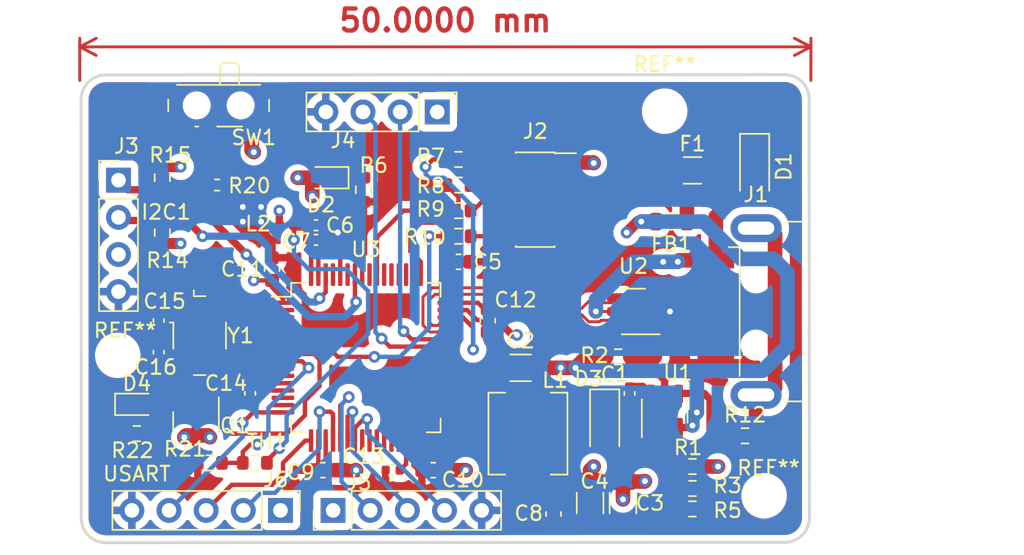
<source format=kicad_pcb>
(kicad_pcb (version 20211014) (generator pcbnew)
  (layers (0 "F.Cu" signal) (1 "In1.Cu" power) (2 "In2.Cu" power) (31 "B.Cu" signal) (34 "B.Paste" user) (35 "F.Paste" user) (36 "B.SilkS" user "B.Silkscreen") (37 "F.SilkS" user "F.Silkscreen") (38 "B.Mask" user) (39 "F.Mask" user) (44 "Edge.Cuts" user))
  (net 0 "")
  (net 1 "BUCK_SW")
  (net 2 "BUCK_BST")
  (net 3 "GND")
  (net 4 "BUCK_IN")
  (net 5 "+3.3V")
  (net 6 "NRST")
  (net 7 "+3.3VA")
  (net 8 "/VCAP_1")
  (net 9 "/VREF+")
  (net 10 "HSE_IN")
  (net 11 "Net-(D1-Pad1)")
  (net 12 "+5V")
  (net 13 "Net-(D2-Pad1)")
  (net 14 "Net-(D4-Pad1)")
  (net 15 "Net-(D4-Pad2)")
  (net 16 "Net-(F1-Pad1)")
  (net 17 "USB_CONN_D-")
  (net 18 "USB_CONN_D+")
  (net 19 "Net-(J2-Pad2)")
  (net 20 "Net-(J2-Pad4)")
  (net 21 "Net-(J2-Pad6)")
  (net 24 "Net-(J2-Pad10)")
  (net 25 "I2C1_SCL")
  (net 26 "I2C1_SDA")
  (net 27 "USART1_RX")
  (net 28 "SPI1_SCK")
  (net 29 "SPI1_MISO")
  (net 30 "SPI1_MOSI")
  (net 31 "USART2_CK")
  (net 32 "USART2_RX")
  (net 33 "USART2_TX")
  (net 34 "LED")
  (net 35 "BUCK_FB")
  (net 36 "BUCK_EN")
  (net 37 "Net-(R3-Pad1)")
  (net 38 "SWDIO")
  (net 39 "SWCLK")
  (net 40 "SWO")
  (net 41 "Net-(R20-Pad1)")
  (net 42 "BOOT0")
  (net 43 "Temperature_ADC")
  (net 44 "HSE_OUT")
  (net 45 "USB_D+")
  (net 46 "USB_D-")
  (net 76 "Net-(J1-Pad5)")
  (net 77 "UART1_TX")
  (net 78 "UART1_RX")
  (footprint "Capacitor_SMD:C_0603_1608Metric" (layer "F.Cu") (at 145.725 114.05 180)
    (fp_text reference "C9")
    (fp_text value "100n")
  )
  (footprint "Connector_PinHeader_2.54mm:PinHeader_1x04_P2.54mm_Vertical" (layer "F.Cu") (at 131.75 94.22)
    (fp_text reference "J3")
    (fp_text value "I2C1")
  )
  (footprint "Capacitor_SMD:C_0402_1005Metric" (layer "F.Cu") (at 150.5 114.05 180)
    (fp_text reference "C13")
    (fp_text value "2u2")
  )
  (footprint "Connector_PinSocket_1.27mm:PinSocket_2x05_P1.27mm_Vertical_SMD" (layer "F.Cu") (at 160.25 95.55)
    (fp_text reference "J2")
    (fp_text value "SWD")
  )
  (footprint "Capacitor_SMD:C_0402_1005Metric" (layer "F.Cu") (at 145.25 98.3)
    (fp_text reference "C7")
    (fp_text value "10n")
  )
  (footprint "Connector_USB:USB_A_CNCTech_1001-011-01101_Horizontal" (layer "F.Cu") (at 182.25 103.2)
    (fp_text reference "J1")
    (fp_text value "USB_A")
  )
  (footprint "Capacitor_SMD:C_0603_1608Metric" (layer "F.Cu") (at 142.25 100.3 90)
    (fp_text reference "C11")
    (fp_text value "100n")
  )
  (footprint "Capacitor_SMD:C_0402_1005Metric" (layer "F.Cu") (at 140.75 108.8 90)
    (fp_text reference "C14")
    (fp_text value "2u2")
  )
  (footprint "Package_TO_SOT_SMD:SOT-23" (layer "F.Cu") (at 137.05 110.7375 -90)
    (fp_text reference "Q1")
    (fp_text value "BC818")
  )
  (footprint "Diode_SMD:D_SOD-123" (layer "F.Cu") (at 175.25 93.3 -90)
    (fp_text reference "D1")
    (fp_text value "B5819W")
  )
  (footprint "Capacitor_SMD:C_0603_1608Metric" (layer "F.Cu") (at 153.275 114.05 180)
    (fp_text reference "C10")
    (fp_text value "100n")
  )
  (footprint "Resistor_SMD:R_0402_1005Metric" (layer "F.Cu") (at 138.49 94.55)
    (fp_text reference "R20")
    (fp_text value "10k")
  )
  (footprint "Button_Switch_SMD:SW_SPDT_PCM12" (layer "F.Cu") (at 138.6 89.43 180)
    (fp_text reference "SW1")
    (fp_text value "SW_SPDT")
  )
  (footprint "LED_SMD:LED_0603_1608Metric" (layer "F.Cu") (at 133 109.55)
    (fp_text reference "D4")
    (fp_text value "BLUE")
  )
  (footprint "Resistor_SMD:R_0603_1608Metric" (layer "F.Cu") (at 171 113.8)
    (fp_text reference "R1")
    (fp_text value "49k9")
  )
  (footprint "Resistor_SMD:R_0603_1608Metric" (layer "F.Cu") (at 171 115.3 180)
    (fp_text reference "R3")
    (fp_text value "16k")
  )
  (footprint "Capacitor_SMD:C_0603_1608Metric" (layer "F.Cu") (at 155 99.8 180)
    (fp_text reference "C5")
    (fp_text value "100n")
  )
  (footprint "Resistor_SMD:R_0603_1608Metric" (layer "F.Cu") (at 141.075 113.55 180)
    (fp_text reference "TH1")
    (fp_text value "Thermistor_NTC")
  )
  (footprint "MountingHole:MountingHole_2.1mm" (layer "F.Cu") (at 131.7 106.2)
    (fp_text reference "REF**")
    (fp_text value "MountingHole_2.1mm")
  )
  (footprint "Capacitor_SMD:C_0402_1005Metric" (layer "F.Cu") (at 166.7 108.8 90)
    (fp_text reference "C1")
    (fp_text value "100n")
  )
  (footprint "Capacitor_SMD:C_0402_1005Metric" (layer "F.Cu") (at 145.25 97.3)
    (fp_text reference "C6")
    (fp_text value "1u")
  )
  (footprint "MountingHole:MountingHole_2.1mm" (layer "F.Cu") (at 169.1 89.5)
    (fp_text reference "REF**")
    (fp_text value "MountingHole_2.1mm")
  )
  (footprint "Resistor_SMD:R_0603_1608Metric" (layer "F.Cu") (at 138 113.55 180)
    (fp_text reference "R21")
    (fp_text value "10k")
  )
  (footprint "Resistor_SMD:R_0603_1608Metric" (layer "F.Cu") (at 155 96.3)
    (fp_text reference "R9")
    (fp_text value "22")
  )
  (footprint "Inductor_SMD:L_Sunlord_MWSA0518_5.4x5.2mm" (layer "F.Cu") (at 159.75 111.55 -90)
    (fp_text reference "L1")
    (fp_text value "3u3")
  )
  (footprint "Resistor_SMD:R_0603_1608Metric" (layer "F.Cu") (at 148.5 94.875 -90)
    (fp_text reference "R6")
    (fp_text value "1k")
  )
  (footprint "Capacitor_SMD:C_1206_3216Metric" (layer "F.Cu") (at 166.25 116.3 90)
    (fp_text reference "C3")
    (fp_text value "22u")
  )
  (footprint "Capacitor_SMD:C_0402_1005Metric" (layer "F.Cu") (at 134.5 103.82 90)
    (fp_text reference "C15")
    (fp_text value "12p")
  )
  (footprint "Resistor_SMD:R_0603_1608Metric" (layer "F.Cu") (at 134.75 97.8 90)
    (fp_text reference "R14")
    (fp_text value "2k2")
  )
  (footprint "Inductor_SMD:L_0402_1005Metric" (layer "F.Cu") (at 143.25 97.3)
    (fp_text reference "L2")
    (fp_text value "39n")
  )
  (footprint "Connector_PinHeader_2.54mm:PinHeader_1x05_P2.54mm_Vertical" (layer "F.Cu") (at 142.825 116.8 -90)
    (fp_text reference "J6")
    (fp_text value "USART")
  )
  (footprint "MountingHole:MountingHole_2.1mm" (layer "F.Cu") (at 175.9 115.8)
    (fp_text reference "REF**")
    (fp_text value "MountingHole_2.1mm")
  )
  (footprint "Capacitor_SMD:C_0603_1608Metric" (layer "F.Cu") (at 157 103.825 -90)
    (fp_text reference "C12")
    (fp_text value "100n")
  )
  (footprint "Crystal:Crystal_SMD_Abracon_ABM3B-4Pin_5.0x3.2mm" (layer "F.Cu") (at 137.3 104.85 -90)
    (fp_text reference "Y1")
    (fp_text value "16MHz")
  )
  (footprint "Resistor_SMD:R_0603_1608Metric" (layer "F.Cu") (at 171 116.7)
    (fp_text reference "R5")
    (fp_text value "270")
  )
  (footprint "Capacitor_SMD:C_1206_3216Metric" (layer "F.Cu") (at 159.25 107.05)
    (fp_text reference "C2")
    (fp_text value "22u")
  )
  (footprint "Package_QFP:LQFP-64_10x10mm_P0.5mm" (layer "F.Cu") (at 148.668199 106.35)
    (fp_text reference "U3")
    (fp_text value "STM32F401RCTx")
  )
  (footprint "Resistor_SMD:R_0603_1608Metric" (layer "F.Cu") (at 133 111.55)
    (fp_text reference "R22")
    (fp_text value "1k5")
  )
  (footprint "Connector_PinHeader_2.54mm:PinHeader_1x05_P2.54mm_Vertical" (layer "F.Cu") (at 146.425 116.8 90)
    (fp_text reference "J5")
    (fp_text value "USART")
  )
  (footprint "Resistor_SMD:R_0603_1608Metric" (layer "F.Cu") (at 165.925 106.3 180)
    (fp_text reference "R2")
    (fp_text value "100k")
  )
  (footprint "Inductor_SMD:L_0805_2012Metric" (layer "F.Cu") (at 169.5625 97.05 180)
    (fp_text reference "FB1")
    (fp_text value "600 @ 600MHz")
  )
  (footprint "Resistor_SMD:R_0603_1608Metric" (layer "F.Cu") (at 155 98.05)
    (fp_text reference "R10")
    (fp_text value "22")
  )
  (footprint "Resistor_SMD:R_0603_1608Metric" (layer "F.Cu") (at 155 92.8)
    (fp_text reference "R7")
    (fp_text value "22")
  )
  (footprint "Fuse:Fuse_1206_3216Metric" (layer "F.Cu") (at 171 93.55)
    (fp_text reference "F1")
    (fp_text value "500mA")
  )
  (footprint "Resistor_SMD:R_0603_1608Metric" (layer "F.Cu") (at 134.75 94.05 -90)
    (fp_text reference "R15")
    (fp_text value "2k2")
  )
  (footprint "Capacitor_SMD:C_0603_1608Metric" (layer "F.Cu") (at 161.5 117.05 -90)
    (fp_text reference "C8")
    (fp_text value "4u7")
  )
  (footprint "Diode_SMD:D_SOD-123" (layer "F.Cu") (at 165 110.775 -90)
    (fp_text reference "D3")
    (fp_text value "B5819W")
  )
  (footprint "Resistor_SMD:R_0603_1608Metric" (layer "F.Cu") (at 174.6 111.7)
    (fp_text reference "R12")
    (fp_text value "47")
  )
  (footprint "Package_TO_SOT_SMD:SOT-23-6" (layer "F.Cu") (at 169.1 110 90)
    (fp_text reference "U1")
    (fp_text value "JW5033S")
  )
  (footprint "LED_SMD:LED_0603_1608Metric" (layer "F.Cu") (at 146 94.05 180)
    (fp_text reference "D2")
    (fp_text value "RED")
  )
  (footprint "Resistor_SMD:R_0603_1608Metric" (layer "F.Cu") (at 155 94.55)
    (fp_text reference "R8")
    (fp_text value "22")
  )
  (footprint "Capacitor_SMD:C_1206_3216Metric" (layer "F.Cu") (at 164 116.3 90)
    (fp_text reference "C4")
    (fp_text value "10u")
  )
  (footprint "Capacitor_SMD:C_0402_1005Metric" (layer "F.Cu") (at 134.5 105.98 -90)
    (fp_text reference "C16")
    (fp_text value "12p")
  )
  (footprint "Package_TO_SOT_SMD:SOT-23-6" (layer "F.Cu") (at 166.9625 103.2 180)
    (fp_text reference "U2")
    (fp_text value "USBLC6-2SC6")
  )
  (footprint "Connector_PinHeader_2.54mm:PinHeader_1x04_P2.54mm_Vertical" (layer "F.Cu") (at 153.55 89.55 -90)
    (fp_text reference "J4")
    (fp_text value "UART")
  )
  (gr_line (start 179 117.3) (end 178.986098 88.706151) (layer "Edge.Cuts") (width 0.2))
  (gr_line (start 177.400311 86.998164) (end 130.906151 87.013903) (layer "Edge.Cuts") (width 0.2))
  (gr_arc (start 179 117.3) (mid 178.498164 118.499689) (end 177.292013 118.985786) (layer "Edge.Cuts") (width 0.2))
  (gr_line (start 129.198164 88.699689) (end 129.2 117.3) (layer "Edge.Cuts") (width 0.2))
  (gr_line (start 130.885786 119.007987) (end 177.292013 118.985786) (layer "Edge.Cuts") (width 0.2))
  (gr_arc (start 177.300312 86.998164) (mid 178.5 87.5) (end 178.986098 88.706151) (layer "Edge.Cuts") (width 0.2))
  (gr_arc (start 129.198164 88.699689) (mid 129.7 87.500001) (end 130.906151 87.013903) (layer "Edge.Cuts") (width 0.2))
  (gr_arc (start 130.885786 119.007987) (mid 129.686098 118.506151) (end 129.2 117.3) (layer "Edge.Cuts") (width 0.2))
  (gr_text "I2C1\n" (at 135 96.4) (layer "F.SilkS") (effects (font (size 1 1))))
  (dimension (type aligned) (layer "F.Cu") (pts (xy 179.1 87.899999) (xy 129.1 87.899999)) (height 2.799999) (gr_text "50,0000 mm" (at 154.1 83.3) (layer "F.Cu") (effects (font (size 1.5 1.5) (thickness 0.3)))) (format (units 3) (units_format 1) (precision 4)) (style (thickness 0.2) (arrow_length 1.27) (text_position_mode 0) (extension_height 0.58642) (extension_offset 0.5) keep_text_aligned))
  (segment (start 166.7 109.28) (end 165.155 109.28) (width 0.5) (layer "F.Cu") (net 1))
  (segment (start 162.3 109.5) (end 162.675 109.125) (width 1) (layer "F.Cu") (net 1))
  (segment (start 169.1 113.3) (end 168.8 113.6) (width 0.5) (layer "F.Cu") (net 1))
  (segment (start 168.8 113.6) (end 167.1 113.6) (width 0.5) (layer "F.Cu") (net 1))
  (segment (start 165 109.125) (end 162.675 109.125) (width 1) (layer "F.Cu") (net 1))
  (segment (start 166.7 109.28) (end 166.7 111.8) (width 0.5) (layer "F.Cu") (net 1))
  (segment (start 165.155 109.28) (end 165 109.125) (width 0.5) (layer "F.Cu") (net 1))
  (segment (start 159.75 109.5) (end 162.3 109.5) (width 1) (layer "F.Cu") (net 1))
  (segment (start 166.7 113.2) (end 166.7 111.8) (width 0.5) (layer "F.Cu") (net 1))
  (segment (start 169.1 111.1375) (end 169.1 113.3) (width 0.5) (layer "F.Cu") (net 1))
  (segment (start 167.1 113.6) (end 166.7 113.2) (width 0.5) (layer "F.Cu") (net 1))
  (segment (start 167.6075 108.32) (end 168.15 108.8625) (width 0.5) (layer "F.Cu") (net 2))
  (segment (start 166.7 108.32) (end 167.6075 108.32) (width 0.5) (layer "F.Cu") (net 2))
  (segment (start 156.436827 103.775) (end 157 104.338173) (width 0.3) (layer "F.Cu") (net 3))
  (segment (start 145.418199 113.581801) (end 144.95 114.05) (width 0.3) (layer "F.Cu") (net 3))
  (segment (start 156.267894 103.775) (end 156.436827 103.775) (width 0.3) (layer "F.Cu") (net 3))
  (segment (start 157 105.3) (end 157.775 106.075) (width 0.5) (layer "F.Cu") (net 3))
  (segment (start 145.418199 100.675) (end 145.418199 98.611801) (width 0.3) (layer "F.Cu") (net 3))
  (segment (start 155.592894 103.1) (end 156.267894 103.775) (width 0.3) (layer "F.Cu") (net 3))
  (segment (start 145.418199 112.025) (end 145.418199 113.581801) (width 0.3) (layer "F.Cu") (net 3))
  (segment (start 146.7505 97.8) (end 146.23 97.8) (width 0.3) (layer "F.Cu") (net 3))
  (segment (start 171.825 116.8) (end 171.825 115.3) (width 1) (layer "F.Cu") (net 3))
  (segment (start 157 104.338173) (end 157 104.825) (width 0.3) (layer "F.Cu") (net 3))
  (segment (start 146.23 97.8) (end 145.73 98.3) (width 0.3) (layer "F.Cu") (net 3))
  (segment (start 157 104.6) (end 157 105.3) (width 0.5) (layer "F.Cu") (net 3))
  (segment (start 168.1 103.2) (end 169.4625 103.2) (width 0.2) (layer "F.Cu") (net 3))
  (segment (start 142.993199 108.1) (end 140.97 108.1) (width 0.3) (layer "F.Cu") (net 3))
  (segment (start 146.23 97.8) (end 145.73 97.3) (width 0.3) (layer "F.Cu") (net 3))
  (segment (start 140.97 108.1) (end 140.75 108.32) (width 0.3) (layer "F.Cu") (net 3))
  (segment (start 151.918199 112.025) (end 151.918199 113.718199) (width 0.3) (layer "F.Cu") (net 3))
  (segment (start 151.918199 113.718199) (end 152.5 114.3) (width 0.3) (layer "F.Cu") (net 3))
  (segment (start 154.343199 103.1) (end 155.592894 103.1) (width 0.3) (layer "F.Cu") (net 3))
  (segment (start 157.775 106.075) (end 157.775 107.05) (width 0.5) (layer "F.Cu") (net 3))
  (segment (start 145.418199 98.611801) (end 145.73 98.3) (width 0.3) (layer "F.Cu") (net 3))
  (segment (start 145.73 98.3) (end 145.73 97.3) (width 0.75) (layer "F.Cu") (net 3))
  (via (at 140.25 97.05) (size 0.8) (drill 0.4) (layers "F.Cu" "B.Cu") (net 3))
  (via (at 141.5 97.05) (size 0.8) (drill 0.4) (layers "F.Cu" "B.Cu") (net 3))
  (via (at 141.5 96.05) (size 0.8) (drill 0.4) (layers "F.Cu" "B.Cu") (net 3))
  (via locked (at 169.4625 103.2) (size 0.8) (drill 0.4) (layers "F.Cu" "B.Cu") (net 3))
  (via (at 146.7505 97.8) (size 0.8) (drill 0.4) (layers "F.Cu" "B.Cu") (net 3))
  (via (at 140.25 96.05) (size 0.8) (drill 0.4) (layers "F.Cu" "B.Cu") (net 3))
  (segment (start 162 107.05) (end 163 107.05) (width 1) (layer "F.Cu") (net 4))
  (segment (start 163.75 106.3) (end 165.1 106.3) (width 1) (layer "F.Cu") (net 4))
  (segment (start 168.5 97.05) (end 167.5 97.05) (width 1) (layer "F.Cu") (net 4))
  (segment (start 160.725 107.05) (end 162 107.05) (width 1) (layer "F.Cu") (net 4))
  (segment (start 167.5 97.05) (end 167.25 97.05) (width 0.75) (layer "F.Cu") (net 4))
  (segment (start 170.8625 111.1375) (end 171 111) (width 0.5) (layer "F.Cu") (net 4))
  (segment (start 165.1 106.4) (end 165.1 106.3) (width 0.5) (layer "F.Cu") (net 4))
  (segment (start 167.25 97.05) (end 166.5 97.8) (width 0.75) (layer "F.Cu") (net 4))
  (segment (start 170.05 111.1375) (end 170.8625 111.1375) (width 0.5) (layer "F.Cu") (net 4))
  (segment (start 163 107.05) (end 163.75 106.3) (width 1) (layer "F.Cu") (net 4))
  (via (at 166.5 97.8) (size 0.8) (drill 0.4) (layers "F.Cu" "B.Cu") (net 4))
  (via (at 162 107.05) (size 0.8) (drill 0.4) (layers "F.Cu" "B.Cu") (net 4))
  (via (at 171 111) (size 0.8) (drill 0.4) (layers "F.Cu" "B.Cu") (net 4))
  (via (at 171.3 110.1) (size 0.8) (drill 0.4) (layers "F.Cu" "B.Cu") (net 4))
  (via (at 167.5 97.05) (size 0.8) (drill 0.4) (layers "F.Cu" "B.Cu") (net 4))
  (via (at 163 107.05) (size 0.8) (drill 0.4) (layers "F.Cu" "B.Cu") (net 4))
  (segment (start 171.3 107.5) (end 171.55 107.25) (width 1) (layer "B.Cu") (net 4))
  (segment (start 174.316547 99.599999) (end 176.5 99.599999) (width 1) (layer "B.Cu") (net 4))
  (segment (start 163.2 107.25) (end 163 107.05) (width 1) (layer "B.Cu") (net 4))
  (segment (start 177.5 100.55) (end 177.5 105.55) (width 1) (layer "B.Cu") (net 4))
  (segment (start 177.5 105.55) (end 175.8 107.25) (width 1) (layer "B.Cu") (net 4))
  (segment (start 176.7 99.75) (end 177.5 100.55) (width 1) (layer "B.Cu") (net 4))
  (segment (start 171 111) (end 171 110.4) (width 1) (layer "B.Cu") (net 4))
  (segment (start 176.650001 99.75) (end 176.7 99.75) (width 1) (layer "B.Cu") (net 4))
  (segment (start 171.55 107.25) (end 163.2 107.25) (width 1) (layer "B.Cu") (net 4))
  (segment (start 175.8 107.25) (end 171.55 107.25) (width 1) (layer "B.Cu") (net 4))
  (segment (start 171.766548 97.05) (end 174.316547 99.599999) (width 1) (layer "B.Cu") (net 4))
  (segment (start 171.3 110.1) (end 171.3 107.5) (width 1) (layer "B.Cu") (net 4))
  (segment (start 171 110.4) (end 171.3 110.1) (width 1) (layer "B.Cu") (net 4))
  (segment (start 167.5 97.05) (end 171.766548 97.05) (width 1) (layer "B.Cu") (net 4))
  (segment (start 176.5 99.599999) (end 176.650001 99.75) (width 1) (layer "B.Cu") (net 4))
  (segment (start 157.837894 103.7988) (end 157.897803 103.943451) (width 0.5) (layer "F.Cu") (net 5))
  (segment (start 136 98.55) (end 134.825 98.55) (width 0.75) (layer "F.Cu") (net 5))
  (segment (start 134.825 98.55) (end 134.75 98.625) (width 0.75) (layer "F.Cu") (net 5))
  (segment (start 136 93.3) (end 134.825 93.3) (width 0.75) (layer "F.Cu") (net 5))
  (segment (start 157.898853 104.027031) (end 158.671822 104.8) (width 0.5) (layer "F.Cu") (net 5))
  (segment (start 166.25 114.825) (end 167.725 114.825) (width 1) (layer "F.Cu") (net 5))
  (segment (start 161.5 116.275) (end 161.5 115.35) (width 1) (layer "F.Cu") (net 5))
  (segment (start 145 94.2625) (end 145.2125 94.05) (width 1) (layer "F.Cu") (net 5))
  (segment (start 161.5 116.275) (end 162.525 116.275) (width 1) (layer "F.Cu") (net 5))
  (segment (start 136.375 111.675) (end 136.25 111.8) (width 1) (layer "F.Cu") (net 5))
  (segment (start 157.314094 103.275) (end 157.837894 103.7988) (width 0.5) (layer "F.Cu") (net 5))
  (segment (start 146.5 114.05) (end 148 114.05) (width 1) (layer "F.Cu") (net 5))
  (segment (start 145.918199 113.468199) (end 146.5 114.05) (width 0.3) (layer "F.Cu") (net 5))
  (segment (start 166.25 114.825) (end 166.25 116.05) (width 1) (layer "F.Cu") (net 5))
  (segment (start 142.25 101.3) (end 142.25 101.075) (width 0.3) (layer "F.Cu") (net 5))
  (segment (start 157.897803 103.943451) (end 157.898853 104.027031) (width 0.5) (layer "F.Cu") (net 5))
  (segment (start 167.725 114.825) (end 167.75 114.8) (width 1) (layer "F.Cu") (net 5))
  (segment (start 140.85 90.86) (end 140.85 92.15) (width 1) (layer "F.Cu") (net 5))
  (segment (start 137.05 111.675) (end 136.375 111.675) (width 1) (layer "F.Cu") (net 5))
  (segment (start 137.875 111.675) (end 138 111.8) (width 1) (layer "F.Cu") (net 5))
  (segment (start 154.343199 102.6) (end 156.325 102.6) (width 0.3) (layer "F.Cu") (net 5))
  (segment (start 152.418199 112.668199) (end 154.05 114.3) (width 0.3) (layer "F.Cu") (net 5))
  (segment (start 142.75 96.3) (end 142.75 97.285) (width 0.5) (layer "F.Cu") (net 5))
  (segment (start 134.825 93.3) (end 134.75 93.225) (width 0.75) (layer "F.Cu") (net 5))
  (segment (start 164 114.825) (end 164 114.05) (width 1) (layer "F.Cu") (net 5))
  (segment (start 162.525 116.275) (end 163.975 114.825) (width 1) (layer "F.Cu") (net 5))
  (segment (start 142.993199 102.293199) (end 142.25 101.55) (width 0.3) (layer "F.Cu") (net 5))
  (segment (start 145.918199 112.025) (end 145.918199 113.468199) (width 0.3) (layer "F.Cu") (net 5))
  (segment (start 142.25 101.55) (end 142.25 101.3) (width 0.3) (layer "F.Cu") (net 5))
  (segment (start 137.05 111.675) (end 137.875 111.675) (width 1) (layer "F.Cu") (net 5))
  (segment (start 157 103.275) (end 157.314094 103.275) (width 0.5) (layer "F.Cu") (net 5))
  (segment (start 164.21 93.01) (end 164.25 93.05) (width 1) (layer "F.Cu") (net 5))
  (segment (start 152.418199 112.025) (end 152.418199 112.668199) (width 0.3) (layer "F.Cu") (net 5))
  (segment (start 158.671822 104.8) (end 159 104.8) (width 0.5) (layer "F.Cu") (net 5))
  (segment (start 144 94.05) (end 145.2125 94.05) (width 1) (layer "F.Cu") (net 5))
  (segment (start 162.05 93.01) (end 164.21 93.01) (width 1) (layer "F.Cu") (net 5))
  (segment (start 141 101.075) (end 142.25 101.075) (width 0.3) (layer "F.Cu") (net 5))
  (segment (start 145 95.3) (end 145 94.2625) (width 1) (layer "F.Cu") (net 5))
  (segment (start 155.5 114.05) (end 154.05 114.05) (width 1) (layer "F.Cu") (net 5))
  (segment (start 163.975 114.825) (end 164 114.825) (width 1) (layer "F.Cu") (net 5))
  (segment (start 142.993199 102.6) (end 142.993199 102.293199) (width 0.3) (layer "F.Cu") (net 5))
  (segment (start 166.25 114.825) (end 164 114.825) (width 1) (layer "F.Cu") (net 5))
  (segment (start 156.325 102.6) (end 157 103.275) (width 0.3) (layer "F.Cu") (net 5))
  (segment (start 142.75 97.285) (end 142.765 97.3) (width 0.5) (layer "F.Cu") (net 5))
  (segment (start 171.825 113.8) (end 172.75 113.8) (width 1) (layer "F.Cu") (net 5))
  (segment (start 164 114.05) (end 164.25 113.8) (width 1) (layer "F.Cu") (net 5))
  (segment (start 140.85 92.15) (end 141 92.3) (width 1) (layer "F.Cu") (net 5))
  (segment (start 161.5 115.35) (end 159.75 113.6) (width 1) (layer "F.Cu") (net 5))
  (via (at 136 98.55) (size 0.8) (drill 0.4) (layers "F.Cu" "B.Cu") (net 5))
  (via (at 148 114.05) (size 0.8) (drill 0.4) (layers "F.Cu" "B.Cu") (net 5))
  (via (at 142.75 96.3) (size 0.8) (drill 0.4) (layers "F.Cu" "B.Cu") (net 5))
  (via (at 136.25 111.8) (size 0.8) (drill 0.4) (layers "F.Cu" "B.Cu") (net 5))
  (via (at 164.25 113.8) (size 0.8) (drill 0.4) (layers "F.Cu" "B.Cu") (net 5))
  (via (at 166.25 116.05) (size 0.8) (drill 0.4) (layers "F.Cu" "B.Cu") (net 5))
  (via (at 167.75 114.8) (size 0.8) (drill 0.4) (layers "F.Cu" "B.Cu") (net 5))
  (via (at 155.5 114.05) (size 0.8) (drill 0.4) (layers "F.Cu" "B.Cu") (net 5))
  (via (at 141 92.3) (size 0.8) (drill 0.4) (layers "F.Cu" "B.Cu") (net 5))
  (via (at 159 104.8) (size 0.8) (drill 0.4) (layers "F.Cu" "B.Cu") (net 5))
  (via (at 138 111.8) (size 0.8) (drill 0.4) (layers "F.Cu" "B.Cu") (net 5))
  (via (at 145 95.3) (size 0.8) (drill 0.4) (layers "F.Cu" "B.Cu") (net 5))
  (via (at 141 101.075) (size 0.8) (drill 0.4) (layers "F.Cu" "B.Cu") (net 5))
  (via (at 136 93.3) (size 0.8) (drill 0.4) (layers "F.Cu" "B.Cu") (net 5))
  (via (at 144 94.05) (size 0.8) (drill 0.4) (layers "F.Cu" "B.Cu") (net 5))
  (via (at 164.25 93.05) (size 0.8) (drill 0.4) (layers "F.Cu" "B.Cu") (net 5))
  (via (at 172.75 113.8) (size 0.8) (drill 0.4) (layers "F.Cu" "B.Cu") (net 5))
  (segment (start 154.225 98.1) (end 154.175 98.05) (width 0.3) (layer "F.Cu") (net 6))
  (segment (start 154.225 99.8) (end 154.225 98.1) (width 0.3) (layer "F.Cu") (net 6))
  (segment (start 153.25 98.05) (end 153 98.05) (width 0.3) (layer "F.Cu") (net 6))
  (segment (start 146.75 106.3) (end 146.05 105.6) (width 0.3) (layer "F.Cu") (net 6))
  (segment (start 149.25 106.3) (end 146.75 106.3) (width 0.3) (layer "F.Cu") (net 6))
  (segment (start 154.175 98.05) (end 153.25 98.05) (width 0.3) (layer "F.Cu") (net 6))
  (segment (start 146.05 105.6) (end 142.993199 105.6) (width 0.3) (layer "F.Cu") (net 6))
  (via (at 149.25 106.3) (size 0.8) (drill 0.4) (layers "F.Cu" "B.Cu") (net 6))
  (via (at 153 98.05) (size 0.8) (drill 0.4) (layers "F.Cu" "B.Cu") (net 6))
  (segment (start 153 104.3) (end 152.25 105.05) (width 0.3) (layer "B.Cu") (net 6))
  (segment (start 150 106.3) (end 149.25 106.3) (width 0.3) (layer "B.Cu") (net 6))
  (segment (start 152.25 105.05) (end 151 106.3) (width 0.3) (layer "B.Cu") (net 6))
  (segment (start 153 98.05) (end 153 104.3) (width 0.3) (layer "B.Cu") (net 6))
  (segment (start 151 106.3) (end 150 106.3) (width 0.3) (layer "B.Cu") (net 6))
  (segment (start 141.9 113.4) (end 142.5 112.8) (width 0.3) (layer "F.Cu") (net 7))
  (segment (start 143.75 98.3005) (end 143.75 97.315) (width 0.3) (layer "F.Cu") (net 7))
  (segment (start 144.918199 98.448199) (end 144.77 98.3) (width 0.3) (layer "F.Cu") (net 7))
  (segment (start 144.77 98.234695) (end 144.737347 98.267348) (width 0.75) (layer "F.Cu") (net 7))
  (segment (start 144.77 97.3) (end 144.77 98.234695) (width 0.75) (layer "F.Cu") (net 7))
  (segment (start 144.918199 100.675) (end 144.918199 98.448199) (width 0.3) (layer "F.Cu") (net 7))
  (segment (start 141.9 113.55) (end 141.9 113.4) (width 0.3) (layer "F.Cu") (net 7))
  (segment (start 144.77 97.3) (end 143.735 97.3) (width 0.75) (layer "F.Cu") (net 7))
  (segment (start 142.5 112.8) (end 142.75 112.55) (width 0.3) (layer "F.Cu") (net 7))
  (segment (start 143.75 97.315) (end 143.735 97.3) (width 0.3) (layer "F.Cu") (net 7))
  (via (at 142.75 112.55) (size 0.8) (drill 0.4) (layers "F.Cu" "B.Cu") (net 7))
  (via (at 143.75 98.3005) (size 0.8) (drill 0.4) (layers "F.Cu" "B.Cu") (net 7))
  (segment (start 148.82 101.8) (end 147.32 100.3) (width 0.3) (layer "B.Cu") (net 7))
  (segment (start 144.75 100.3) (end 143.75 99.3) (width 0.3) (layer "B.Cu") (net 7))
  (segment (start 142.75 112.55) (end 143.25 112.05) (width 0.3) (layer "B.Cu") (net 7))
  (segment (start 143.75 99.3) (end 143.75 98.3005) (width 0.3) (layer "B.Cu") (net 7))
  (segment (start 143.25 112.05) (end 143.25 110.3) (width 0.3) (layer "B.Cu") (net 7))
  (segment (start 148.82 104.73) (end 148.82 101.8) (width 0.3) (layer "B.Cu") (net 7))
  (segment (start 143.25 110.3) (end 148.82 104.73) (width 0.3) (layer "B.Cu") (net 7))
  (segment (start 147.32 100.3) (end 144.75 100.3) (width 0.3) (layer "B.Cu") (net 7))
  (segment (start 151.418199 112.025) (end 151.418199 113.631801) (width 0.3) (layer "F.Cu") (net 8))
  (segment (start 151.418199 113.631801) (end 151 114.05) (width 0.3) (layer "F.Cu") (net 8))
  (segment (start 140.792965 109.28) (end 140.75 109.28) (width 0.3) (layer "F.Cu") (net 9))
  (segment (start 142.993199 108.6) (end 141.472965 108.6) (width 0.3) (layer "F.Cu") (net 9))
  (segment (start 141.472965 108.6) (end 140.792965 109.28) (width 0.3) (layer "F.Cu") (net 9))
  (segment locked (start 136.1 103.95) (end 136.75 104.6) (width 0.25) (layer "F.Cu") (net 10))
  (segment locked (start 134.8 104.6) (end 135.45 104.6) (width 0.25) (layer "F.Cu") (net 10))
  (segment locked (start 136.75 104.6) (end 142.993199 104.6) (width 0.25) (layer "F.Cu") (net 10))
  (segment locked (start 136.1 103.95) (end 136.1 102.85) (width 0.25) (layer "F.Cu") (net 10))
  (segment locked (start 134.5 104.3) (end 134.8 104.6) (width 0.25) (layer "F.Cu") (net 10))
  (segment locked (start 135.45 104.6) (end 136.1 103.95) (width 0.25) (layer "F.Cu") (net 10))
  (segment (start 175.25 91.65) (end 174.3 91.65) (width 1) (layer "F.Cu") (net 11))
  (segment (start 174.3 91.65) (end 172.4 93.55) (width 1) (layer "F.Cu") (net 11))
  (segment (start 175.25 94.95) (end 174.35 94.95) (width 1) (layer "F.Cu") (net 12))
  (segment locked (start 165.825 103.2) (end 164.392866 103.2) (width 0.2) (layer "F.Cu") (net 12))
  (segment (start 172.6 96.7) (end 172.6 99.7) (width 1) (layer "F.Cu") (net 12))
  (segment (start 172.6 99.7) (end 170.1 99.7) (width 1) (layer "F.Cu") (net 12))
  (segment (start 170.1 99.7) (end 170 99.8) (width 1) (layer "F.Cu") (net 12))
  (segment (start 174.35 94.95) (end 172.6 96.7) (width 1) (layer "F.Cu") (net 12))
  (via (at 169 99.8) (size 0.8) (drill 0.4) (layers "F.Cu" "B.Cu") (net 12))
  (via (at 170 99.8) (size 0.8) (drill 0.4) (layers "F.Cu" "B.Cu") (net 12))
  (via locked (at 164.392866 103.2) (size 0.8) (drill 0.4) (layers "F.Cu" "B.Cu") (net 12))
  (segment (start 164.392866 102.407134) (end 167 99.8) (width 1) (layer "B.Cu") (net 12))
  (segment (start 167 99.8) (end 169 99.8) (width 1) (layer "B.Cu") (net 12))
  (segment (start 169 99.8) (end 170 99.8) (width 1) (layer "B.Cu") (net 12))
  (segment (start 164.392866 103.2) (end 164.392866 102.407134) (width 1) (layer "B.Cu") (net 12))
  (segment (start 148.5 94.05) (end 146.7875 94.05) (width 0.75) (layer "F.Cu") (net 13))
  (segment (start 132.175 111.55) (end 132.175 109.5875) (width 1) (layer "F.Cu") (net 14))
  (segment (start 132.175 109.5875) (end 132.2125 109.55) (width 1) (layer "F.Cu") (net 14))
  (segment (start 135.5 109.55) (end 133.7875 109.55) (width 1) (layer "F.Cu") (net 15))
  (segment (start 135.75 109.8) (end 135.5 109.55) (width 0.5) (layer "F.Cu") (net 15))
  (segment (start 136.1 109.8) (end 135.75 109.8) (width 0.5) (layer "F.Cu") (net 15))
  (segment (start 169.6 94.65) (end 169.6 93.55) (width 1) (layer "F.Cu") (net 16))
  (segment (start 170.625 97.05) (end 170.625 95.675) (width 1) (layer "F.Cu") (net 16))
  (segment (start 170.625 95.675) (end 169.6 94.65) (width 1) (layer "F.Cu") (net 16))
  (segment locked (start 170.1625 102.91005) (end 169.75245 102.5) (width 0.2) (layer "F.Cu") (net 17))
  (segment locked (start 168.898896 102.5) (end 168.798896 102.6) (width 0.2) (layer "F.Cu") (net 17))
  (segment locked (start 168.45 102.6) (end 168.1 102.25) (width 0.2) (layer "F.Cu") (net 17))
  (segment locked (start 170.1625 102.974999) (end 170.1625 102.91005) (width 0.2) (layer "F.Cu") (net 17))
  (segment locked (start 168.798896 102.6) (end 168.45 102.6) (width 0.2) (layer "F.Cu") (net 17))
  (segment locked (start 172.6 102.2) (end 171.9 102.2) (width 0.2) (layer "F.Cu") (net 17))
  (segment locked (start 169.75245 102.5) (end 168.898896 102.5) (width 0.2) (layer "F.Cu") (net 17))
  (segment locked (start 170.1625 102.974999) (end 171.125 102.975) (width 0.2) (layer "F.Cu") (net 17))
  (segment locked (start 171.9 102.2) (end 171.125 102.975) (width 0.2) (layer "F.Cu") (net 17))
  (segment locked (start 169.75245 103.9) (end 168.898896 103.9) (width 0.2) (layer "F.Cu") (net 18))
  (segment locked (start 168.798896 103.8) (end 168.45 103.8) (width 0.2) (layer "F.Cu") (net 18))
  (segment locked (start 170.1625 103.425001) (end 170.1625 103.48995) (width 0.2) (layer "F.Cu") (net 18))
  (segment locked (start 168.45 103.8) (end 168.1 104.15) (width 0.2) (layer "F.Cu") (net 18))
  (segment locked (start 171.9 104.2) (end 171.125 103.425) (width 0.2) (layer "F.Cu") (net 18))
  (segment locked (start 168.898896 103.9) (end 168.798896 103.8) (width 0.2) (layer "F.Cu") (net 18))
  (segment locked (start 172.6 104.2) (end 171.9 104.2) (width 0.2) (layer "F.Cu") (net 18))
  (segment locked (start 170.1625 103.425001) (end 171.125 103.425) (width 0.2) (layer "F.Cu") (net 18))
  (segment locked (start 170.1625 103.48995) (end 169.75245 103.9) (width 0.2) (layer "F.Cu") (net 18))
  (segment (start 157.21 93.01) (end 157 92.8) (width 0.3) (layer "F.Cu") (net 19))
  (segment (start 157 92.8) (end 155.825 92.8) (width 0.3) (layer "F.Cu") (net 19))
  (segment (start 158.45 93.01) (end 157.21 93.01) (width 0.3) (layer "F.Cu") (net 19))
  (segment (start 156.77 94.28) (end 158.45 94.28) (width 0.3) (layer "F.Cu") (net 20))
  (segment (start 155.825 94.55) (end 156.5 94.55) (width 0.3) (layer "F.Cu") (net 20))
  (segment (start 156.5 94.55) (end 156.77 94.28) (width 0.3) (layer "F.Cu") (net 20))
  (segment (start 156.75 95.55) (end 158.45 95.55) (width 0.3) (layer "F.Cu") (net 21))
  (segment (start 155.825 96.3) (end 156 96.3) (width 0.3) (layer "F.Cu") (net 21))
  (segment (start 156 96.3) (end 156.75 95.55) (width 0.3) (layer "F.Cu") (net 21))
  (segment (start 158.41 98.05) (end 158.45 98.09) (width 0.3) (layer "F.Cu") (net 24))
  (segment (start 155.825 98.05) (end 158.41 98.05) (width 0.3) (layer "F.Cu") (net 24))
  (segment (start 136.075 94.875) (end 134.75 94.875) (width 0.5) (layer "F.Cu") (net 25))
  (segment (start 147.918199 102.468199) (end 148 102.55) (width 0.3) (layer "F.Cu") (net 25))
  (segment (start 134.75 94.875) (end 132.405 94.875) (width 0.5) (layer "F.Cu") (net 25))
  (segment (start 132.405 94.875) (end 131.75 94.22) (width 0.5) (layer "F.Cu") (net 25))
  (segment (start 140.5 99.3) (end 136.075 94.875) (width 0.5) (layer "F.Cu") (net 25))
  (segment (start 147.918199 100.675) (end 147.918199 102.468199) (width 0.3) (layer "F.Cu") (net 25))
  (via (at 148 102.55) (size 0.8) (drill 0.4) (layers "F.Cu" "B.Cu") (net 25))
  (via (at 140.5 99.3) (size 0.8) (drill 0.4) (layers "F.Cu" "B.Cu") (net 25))
  (segment (start 144.75 103.55) (end 147.25 103.55) (width 0.5) (layer "B.Cu") (net 25))
  (segment (start 147.25 103.55) (end 148 102.8) (width 0.5) (layer "B.Cu") (net 25))
  (segment (start 140.5 99.3) (end 144.75 103.55) (width 0.5) (layer "B.Cu") (net 25))
  (segment (start 136.425 96.975) (end 134.75 96.975) (width 0.5) (layer "F.Cu") (net 26))
  (segment (start 137.5 98.05) (end 136.425 96.975) (width 0.5) (layer "F.Cu") (net 26))
  (segment (start 131.965 96.975) (end 131.75 96.76) (width 0.5) (layer "F.Cu") (net 26))
  (segment (start 145.5 102.3) (end 145.918199 101.881801) (width 0.3) (layer "F.Cu") (net 26))
  (segment (start 134.75 96.975) (end 131.965 96.975) (width 0.5) (layer "F.Cu") (net 26))
  (segment (start 145.918199 101.881801) (end 145.918199 100.675) (width 0.3) (layer "F.Cu") (net 26))
  (via (at 145.5 102.3) (size 0.8) (drill 0.4) (layers "F.Cu" "B.Cu") (net 26))
  (via (at 137.5 98.05) (size 0.8) (drill 0.4) (layers "F.Cu" "B.Cu") (net 26))
  (segment (start 142 98.8) (end 142 99.8) (width 0.5) (layer "B.Cu") (net 26))
  (segment (start 141.25 98.05) (end 142 98.8) (width 0.5) (layer "B.Cu") (net 26))
  (segment (start 145.25 102.55) (end 144.75 102.55) (width 0.5) (layer "B.Cu") (net 26))
  (segment (start 137.5 98.05) (end 141.25 98.05) (width 0.5) (layer "B.Cu") (net 26))
  (segment (start 145.5 102.3) (end 145.25 102.55) (width 0.5) (layer "B.Cu") (net 26))
  (segment (start 142 99.8) (end 144.75 102.55) (width 0.5) (layer "B.Cu") (net 26))
  (segment (start 146.918199 109.881801) (end 146.918199 109.631801) (width 0.3) (layer "F.Cu") (net 28))
  (segment (start 146.918199 112.025) (end 146.918199 109.881801) (width 0.3) (layer "F.Cu") (net 28))
  (segment (start 146.918199 109.631801) (end 147.5 109.05) (width 0.3) (layer "F.Cu") (net 28))
  (via (at 147.5 109.05) (size 0.8) (drill 0.4) (layers "F.Cu" "B.Cu") (net 28))
  (segment (start 147 109.55) (end 147 114.835) (width 0.3) (layer "B.Cu") (net 28))
  (segment (start 147.5 109.05) (end 147 109.55) (width 0.3) (layer "B.Cu") (net 28))
  (segment (start 147 114.835) (end 148.965 116.8) (width 0.3) (layer "B.Cu") (net 28))
  (segment (start 147.418199 112.025) (end 147.418199 110.381801) (width 0.3) (layer "F.Cu") (net 29))
  (segment (start 147.418199 110.381801) (end 147.75 110.05) (width 0.3) (layer "F.Cu") (net 29))
  (via (at 147.75 110.05) (size 0.8) (drill 0.4) (layers "F.Cu" "B.Cu") (net 29))
  (segment (start 147.75 110.05) (end 147.75 112.739339) (width 0.3) (layer "B.Cu") (net 29))
  (segment (start 151.505 116.494339) (end 151.505 116.8) (width 0.3) (layer "B.Cu") (net 29))
  (segment (start 147.75 112.739339) (end 151.505 116.494339) (width 0.3) (layer "B.Cu") (net 29))
  (segment (start 148.517158 110.55) (end 148.75 110.55) (width 0.3) (layer "F.Cu") (net 30))
  (segment (start 147.918199 111.148959) (end 148.517158 110.55) (width 0.3) (layer "F.Cu") (net 30))
  (segment (start 147.918199 112.025) (end 147.918199 111.148959) (width 0.3) (layer "F.Cu") (net 30))
  (via (at 148.75 110.55) (size 0.8) (drill 0.4) (layers "F.Cu" "B.Cu") (net 30))
  (segment (start 148.75 111.505) (end 154.045 116.8) (width 0.3) (layer "B.Cu") (net 30))
  (segment (start 148.75 110.55) (end 148.75 111.505) (width 0.3) (layer "B.Cu") (net 30))
  (segment (start 146.418199 110.218199) (end 146.25 110.05) (width 0.3) (layer "F.Cu") (net 31))
  (segment (start 146.418199 112.025) (end 146.418199 110.218199) (width 0.3) (layer "F.Cu") (net 31))
  (segment (start 146.25 110.05) (end 145.5 110.05) (width 0.3) (layer "F.Cu") (net 31))
  (via (at 145.5 110.05) (size 0.8) (drill 0.4) (layers "F.Cu" "B.Cu") (net 31))
  (segment (start 145.5 110.05) (end 145.5 112.55) (width 0.3) (layer "B.Cu") (net 31))
  (segment (start 142.45 115.6) (end 141.485 115.6) (width 0.3) (layer "B.Cu") (net 31))
  (segment (start 145.5 112.55) (end 142.45 115.6) (width 0.3) (layer "B.Cu") (net 31))
  (segment (start 141.485 115.6) (end 140.285 116.8) (width 0.3) (layer "B.Cu") (net 31))
  (segment (start 142.25 115.05) (end 139.495 115.05) (width 0.3) (layer "F.Cu") (net 32))
  (segment (start 144.525 112.025) (end 143 113.55) (width 0.3) (layer "F.Cu") (net 32))
  (segment (start 144.918199 112.025) (end 144.525 112.025) (width 0.3) (layer "F.Cu") (net 32))
  (segment (start 143 114.3) (end 142.25 115.05) (width 0.3) (layer "F.Cu") (net 32))
  (segment (start 143 113.55) (end 143 114.3) (width 0.3) (layer "F.Cu") (net 32))
  (segment (start 139.495 115.05) (end 137.745 116.8) (width 0.3) (layer "F.Cu") (net 32))
  (segment (start 140.25 110.8) (end 140.95 110.1) (width 0.3) (layer "F.Cu") (net 33))
  (segment (start 140.95 110.1) (end 142.993199 110.1) (width 0.3) (layer "F.Cu") (net 33))
  (via (at 140.25 110.8) (size 0.8) (drill 0.4) (layers "F.Cu" "B.Cu") (net 33))
  (segment (start 140.25 111.755) (end 135.205 116.8) (width 0.3) (layer "B.Cu") (net 33))
  (segment (start 140.25 110.8) (end 140.25 111.755) (width 0.3) (layer "B.Cu") (net 33))
  (segment (start 143.25 111.55) (end 144.5 110.3) (width 0.3) (layer "F.Cu") (net 34))
  (segment (start 139.5 111.55) (end 143.25 111.55) (width 0.3) (layer "F.Cu") (net 34))
  (segment (start 144.5 110.3) (end 144.5 109.3) (width 0.3) (layer "F.Cu") (net 34))
  (segment (start 138 109.8) (end 139.25 111.05) (width 0.3) (layer "F.Cu") (net 34))
  (segment (start 144.5 109.3) (end 145.5 108.3) (width 0.3) (layer "F.Cu") (net 34))
  (segment (start 145.5 108.3) (end 145.5 106.48076) (width 0.3) (layer "F.Cu") (net 34))
  (segment (start 145.5 106.48076) (end 145.11924 106.1) (width 0.3) (layer "F.Cu") (net 34))
  (segment (start 139.25 111.3) (end 139.5 111.55) (width 0.3) (layer "F.Cu") (net 34))
  (segment (start 145.11924 106.1) (end 142.993199 106.1) (width 0.3) (layer "F.Cu") (net 34))
  (segment (start 139.25 111.05) (end 139.25 111.3) (width 0.3) (layer "F.Cu") (net 34))
  (segment (start 170.175 113.8) (end 170.175 115.3) (width 1) (layer "F.Cu") (net 35))
  (segment (start 171.8 108.8) (end 170.1125 108.8) (width 0.5) (layer "F.Cu") (net 35))
  (segment (start 170.05 108.8625) (end 170.05 109.05) (width 0.5) (layer "F.Cu") (net 35))
  (segment (start 172.2 111.8) (end 172.2 109.2) (width 0.5) (layer "F.Cu") (net 35))
  (segment (start 171.425 112.575) (end 172.2 111.8) (width 0.5) (layer "F.Cu") (net 35))
  (segment (start 170.1125 108.8) (end 170.05 108.8625) (width 0.5) (layer "F.Cu") (net 35))
  (segment (start 172.2 109.2) (end 171.8 108.8) (width 0.5) (layer "F.Cu") (net 35))
  (segment (start 171.4 112.575) (end 171.425 112.575) (width 0.5) (layer "F.Cu") (net 35))
  (segment (start 170.175 113.8) (end 171.4 112.575) (width 0.5) (layer "F.Cu") (net 35))
  (segment (start 168.425 107.225) (end 169.1 107.9) (width 0.5) (layer "F.Cu") (net 36))
  (segment (start 168.425 106.3) (end 166.75 106.3) (width 1) (layer "F.Cu") (net 36))
  (segment (start 169.1 107.9) (end 169.1 108.8625) (width 0.5) (layer "F.Cu") (net 36))
  (segment (start 168.425 107.225) (end 168.425 106.3) (width 0.5) (layer "F.Cu") (net 36))
  (segment (start 155.75 104.05) (end 156 104.3) (width 0.3) (layer "F.Cu") (net 38))
  (segment (start 155.3 103.6) (end 155.75 104.05) (width 0.3) (layer "F.Cu") (net 38))
  (segment (start 154.343199 103.6) (end 155.3 103.6) (width 0.3) (layer "F.Cu") (net 38))
  (segment (start 156 104.3) (end 156 105.55) (width 0.3) (layer "F.Cu") (net 38))
  (segment (start 154.175 92.8) (end 153.25 92.8) (width 0.3) (layer "F.Cu") (net 38))
  (segment (start 156 105.55) (end 156 105.8) (width 0.3) (layer "F.Cu") (net 38))
  (segment (start 153.25 92.8) (end 152.75 93.3) (width 0.3) (layer "F.Cu") (net 38))
  (via (at 152.75 93.3) (size 0.8) (drill 0.4) (layers "F.Cu" "B.Cu") (net 38))
  (via (at 156 105.8) (size 0.8) (drill 0.4) (layers "F.Cu" "B.Cu") (net 38))
  (segment (start 154 94.05) (end 153 94.05) (width 0.3) (layer "B.Cu") (net 38))
  (segment (start 153 94.05) (end 152.75 93.8) (width 0.3) (layer "B.Cu") (net 38))
  (segment (start 154.25 94.3) (end 154 94.05) (width 0.3) (layer "B.Cu") (net 38))
  (segment (start 152.75 93.8) (end 152.75 93.3) (width 0.3) (layer "B.Cu") (net 38))
  (segment (start 156 96.05) (end 154.25 94.3) (width 0.3) (layer "B.Cu") (net 38))
  (segment (start 156 105.8) (end 156 96.05) (width 0.3) (layer "B.Cu") (net 38))
  (segment (start 154.175 94.55) (end 155 95.375) (width 0.3) (layer "F.Cu") (net 39))
  (segment (start 155 96.8) (end 154.675 97.125) (width 0.3) (layer "F.Cu") (net 39))
  (segment (start 152.418199 99.798959) (end 151.70962 99.09038) (width 0.3) (layer "F.Cu") (net 39))
  (segment (start 152.418199 100.675) (end 152.418199 99.798959) (width 0.3) (layer "F.Cu") (net 39))
  (segment (start 151.70962 97.84038) (end 151.70962 99.09038) (width 0.3) (layer "F.Cu") (net 39))
  (segment (start 154.675 97.125) (end 152.425 97.125) (width 0.3) (layer "F.Cu") (net 39))
  (segment (start 155 95.375) (end 155 96.8) (width 0.3) (layer "F.Cu") (net 39))
  (segment (start 152.425 97.125) (end 151.70962 97.84038) (width 0.3) (layer "F.Cu") (net 39))
  (segment (start 149.418199 98.131801) (end 149.418199 100.675) (width 0.3) (layer "F.Cu") (net 40))
  (segment (start 154.175 96.3) (end 151.25 96.3) (width 0.3) (layer "F.Cu") (net 40))
  (segment (start 151.25 96.3) (end 149.418199 98.131801) (width 0.3) (layer "F.Cu") (net 40))
  (segment (start 137.85 94.42) (end 137.98 94.55) (width 0.5) (layer "F.Cu") (net 41))
  (segment (start 137.85 90.86) (end 137.85 94.42) (width 0.5) (layer "F.Cu") (net 41))
  (segment (start 142.5 94.55) (end 139 94.55) (width 0.3) (layer "F.Cu") (net 42))
  (segment (start 146.918199 100.675) (end 146.918199 98.881801) (width 0.3) (layer "F.Cu") (net 42))
  (segment (start 147.5 98.3) (end 147.5 97.05) (width 0.3) (layer "F.Cu") (net 42))
  (segment (start 146.75 96.3) (end 144.25 96.3) (width 0.3) (layer "F.Cu") (net 42))
  (segment (start 146.918199 98.881801) (end 147.5 98.3) (width 0.3) (layer "F.Cu") (net 42))
  (segment (start 144.25 96.3) (end 142.5 94.55) (width 0.3) (layer "F.Cu") (net 42))
  (segment (start 147.5 97.05) (end 146.75 96.3) (width 0.3) (layer "F.Cu") (net 42))
  (segment (start 140.75 112.3) (end 140.25 112.8) (width 0.3) (layer "F.Cu") (net 43))
  (segment (start 144.3 106.6) (end 144.75 107.05) (width 0.3) (layer "F.Cu") (net 43))
  (segment (start 142.993199 106.6) (end 144.3 106.6) (width 0.3) (layer "F.Cu") (net 43))
  (segment (start 141.25 112.3) (end 140.75 112.3) (width 0.3) (layer "F.Cu") (net 43))
  (segment (start 140.25 113.55) (end 138.825 113.55) (width 0.3) (layer "F.Cu") (net 43))
  (segment (start 140.25 112.8) (end 140.25 113.55) (width 0.3) (layer "F.Cu") (net 43))
  (via (at 141.25 112.3) (size 0.8) (drill 0.4) (layers "F.Cu" "B.Cu") (net 43))
  (via (at 144.75 107.05) (size 0.8) (drill 0.4) (layers "F.Cu" "B.Cu") (net 43))
  (segment (start 141.5 112.05) (end 141.25 112.3) (width 0.3) (layer "B.Cu") (net 43))
  (segment (start 142 111.55) (end 141.5 112.05) (width 0.3) (layer "B.Cu") (net 43))
  (segment (start 142 109.8) (end 142 111.55) (width 0.3) (layer "B.Cu") (net 43))
  (segment (start 144.75 107.05) (end 142 109.8) (width 0.3) (layer "B.Cu") (net 43))
  (segment locked (start 134.95 105.05) (end 134.5 105.5) (width 0.25) (layer "F.Cu") (net 44))
  (segment locked (start 138.5 105.55) (end 138.5 106.85) (width 0.25) (layer "F.Cu") (net 44))
  (segment locked (start 138.95 105.1) (end 138.5 105.55) (width 0.25) (layer "F.Cu") (net 44))
  (segment locked (start 142.993199 105.1) (end 139 105.1) (width 0.25) (layer "F.Cu") (net 44))
  (segment locked (start 138.5 105.55) (end 138 105.05) (width 0.25) (layer "F.Cu") (net 44))
  (segment locked (start 138 105.05) (end 134.95 105.05) (width 0.25) (layer "F.Cu") (net 44))
  (segment locked (start 157.981795 102.025) (end 153.3932 102.025) (width 0.2) (layer "F.Cu") (net 45))
  (segment locked (start 153.229339 104.149999) (end 154.2932 104.149999) (width 0.2) (layer "F.Cu") (net 45))
  (segment locked (start 158.450921 103.790188) (end 158.450922 103.790189) (width 0.2) (layer "F.Cu") (net 45))
  (segment locked (start 153.019989 103.940649) (end 153.229339 104.149999) (width 0.2) (layer "F.Cu") (net 45))
  (segment locked (start 162 103.625001) (end 162 103.956738) (width 0.2) (layer "F.Cu") (net 45))
  (segment locked (start 163.912997 103.9) (end 163.437997 103.425) (width 0.2) (layer "F.Cu") (net 45))
  (segment locked (start 159.098953 103.425) (end 159.098952 103.425) (width 0.2) (layer "F.Cu") (net 45))
  (segment locked (start 153.3932 102.025) (end 153.019989 102.398211) (width 0.2) (layer "F.Cu") (net 45))
  (segment (start 163.437997 103.425) (end 163.43744 103.425557) (width 0.2) (layer "F.Cu") (net 45))
  (segment locked (start 153.019989 102.398211) (end 153.019989 103.940649) (width 0.2) (layer "F.Cu") (net 45))
  (segment locked (start 158.816109 102.859314) (end 157.981795 102.025) (width 0.2) (layer "F.Cu") (net 45))
  (segment locked (start 164.75245 103.8) (end 164.65245 103.9) (width 0.2) (layer "F.Cu") (net 45))
  (segment locked (start 159.098952 103.425) (end 158.733764 103.790189) (width 0.2) (layer "F.Cu") (net 45))
  (segment locked (start 158.450921 103.507345) (end 158.81611 103.142157) (width 0.2) (layer "F.Cu") (net 45))
  (segment locked (start 164.65245 103.9) (end 163.912997 103.9) (width 0.2) (layer "F.Cu") (net 45))
  (segment locked (start 160.499996 103.425001) (end 159.381796 103.425001) (width 0.2) (layer "F.Cu") (net 45))
  (segment locked (start 158.450921 103.507346) (end 158.450921 103.507345) (width 0.2) (layer "F.Cu") (net 45))
  (segment locked (start 165.825 104.15) (end 165.475 103.8) (width 0.2) (layer "F.Cu") (net 45))
  (segment locked (start 160.699996 103.956738) (end 160.699996 103.625001) (width 0.2) (layer "F.Cu") (net 45))
  (segment locked (start 163.43744 103.425557) (end 162.160328 103.425557) (width 0.2) (layer "F.Cu") (net 45))
  (segment locked (start 165.475 103.8) (end 164.75245 103.8) (width 0.2) (layer "F.Cu") (net 45))
  (arc locked (start 158.733764 103.790189) (mid 158.592342 103.848767) (end 158.450921 103.790188) (width 0.2) (layer "F.Cu") (net 45))
  (arc locked (start 158.450922 103.790189) (mid 158.392343 103.648768) (end 158.450921 103.507346) (width 0.2) (layer "F.Cu") (net 45))
  (arc locked (start 162.160328 103.425557) (mid 162.045397 103.498122) (end 162 103.625001) (width 0.2) (layer "F.Cu") (net 45))
  (arc locked (start 162 103.956738) (mid 161.809619 104.416359) (end 161.349998 104.60674) (width 0.2) (layer "F.Cu") (net 45))
  (arc locked (start 158.81611 103.142157) (mid 158.874688 103.000735) (end 158.816109 102.859314) (width 0.2) (layer "F.Cu") (net 45))
  (arc locked (start 159.381796 103.425001) (mid 159.240375 103.366422) (end 159.098953 103.425) (width 0.2) (layer "F.Cu") (net 45))
  (arc locked (start 160.699996 103.625001) (mid 160.641417 103.48358) (end 160.499996 103.425001) (width 0.2) (layer "F.Cu") (net 45))
  (arc locked (start 161.349998 104.60674) (mid 160.890377 104.416359) (end 160.699996 103.956738) (width 0.2) (layer "F.Cu") (net 45))
  (segment locked (start 159.568194 102.974999) (end 160.499996 102.974999) (width 0.2) (layer "F.Cu") (net 46))
  (segment locked (start 165.475 102.6) (end 164.75245 102.6) (width 0.2) (layer "F.Cu") (net 46))
  (segment locked (start 165.825 102.25) (end 165.475 102.6) (width 0.2) (layer "F.Cu") (net 46))
  (segment locked (start 164.65245 102.5) (end 163.912997 102.5) (width 0.2) (layer "F.Cu") (net 46))
  (segment (start 163.436449 102.976548) (end 163.437997 102.975) (width 0.2) (layer "F.Cu") (net 46))
  (segment locked (start 162.126937 102.976548) (end 163.436449 102.976548) (width 0.2) (layer "F.Cu") (net 46))
  (segment locked (start 161.549998 103.956738) (end 161.549998 103.625001) (width 0.2) (layer "F.Cu") (net 46))
  (segment locked (start 161.149998 103.625001) (end 161.149998 103.956738) (width 0.2) (layer "F.Cu") (net 46))
  (segment locked (start 158.168195 101.575) (end 159.568194 102.974999) (width 0.2) (layer "F.Cu") (net 46))
  (segment locked (start 163.912997 102.5) (end 163.437997 102.975) (width 0.2) (layer "F.Cu") (net 46))
  (segment locked (start 153.04294 104.6) (end 154.343199 104.6) (width 0.2) (layer "F.Cu") (net 46))
  (segment locked (start 153.2068 101.575) (end 158.168195 101.575) (width 0.2) (layer "F.Cu") (net 46))
  (segment locked (start 153.2068 101.575) (end 152.569989 102.211811) (width 0.2) (layer "F.Cu") (net 46))
  (segment locked (start 152.569989 104.127049) (end 153.04294 104.6) (width 0.2) (layer "F.Cu") (net 46))
  (segment locked (start 164.75245 102.6) (end 164.65245 102.5) (width 0.2) (layer "F.Cu") (net 46))
  (segment locked (start 152.569989 102.211811) (end 152.569989 104.127049) (width 0.2) (layer "F.Cu") (net 46))
  (arc locked (start 161.149998 103.956738) (mid 161.208577 104.098159) (end 161.349998 104.156738) (width 0.2) (layer "F.Cu") (net 46))
  (arc locked (start 161.549998 103.625001) (mid 161.715331 103.191874) (end 162.126937 102.976548) (width 0.2) (layer "F.Cu") (net 46))
  (arc locked (start 160.499996 102.974999) (mid 160.959617 103.16538) (end 161.149998 103.625001) (width 0.2) (layer "F.Cu") (net 46))
  (arc locked (start 161.349998 104.156738) (mid 161.491419 104.098159) (end 161.549998 103.956738) (width 0.2) (layer "F.Cu") (net 46))
  (segment (start 175.35 97.5) (end 176.2 97.5) (width 1) (layer "F.Cu") (net 76))
  (segment (start 175.35 108.9) (end 175.35 110.775) (width 1) (layer "F.Cu") (net 76))
  (segment (start 176.145016 108.9) (end 175.35 108.9) (width 1) (layer "F.Cu") (net 76))
  (segment (start 176.650001 108.395015) (end 176.145016 108.9) (width 1) (layer "F.Cu") (net 76))
  (segment (start 176.650001 97.950001) (end 176.650001 108.395015) (width 1) (layer "F.Cu") (net 76))
  (segment (start 176.2 97.5) (end 176.650001 97.950001) (width 1) (layer "F.Cu") (net 76))
  (segment (start 150.3 105.6) (end 149.75 105.05) (width 0.3) (layer "F.Cu") (net 77))
  (segment (start 154.343199 105.6) (end 150.3 105.6) (width 0.3) (layer "F.Cu") (net 77))
  (via (at 149.75 105.05) (size 0.8) (drill 0.4) (layers "F.Cu" "B.Cu") (net 77))
  (segment (start 148.47 89.55) (end 149.32 90.4) (width 0.3) (layer "B.Cu") (net 77))
  (segment (start 149.32 90.4) (end 149.32 104.62) (width 0.3) (layer "B.Cu") (net 77))
  (segment (start 149.32 104.62) (end 149.75 105.05) (width 0.3) (layer "B.Cu") (net 77))
  (segment (start 154.343199 105.1) (end 151.8 105.1) (width 0.3) (layer "F.Cu") (net 78))
  (segment (start 151.8 105.1) (end 151.25 104.55) (width 0.3) (layer "F.Cu") (net 78))
  (via (at 151.25 104.55) (size 0.8) (drill 0.4) (layers "F.Cu" "B.Cu") (net 78))
  (segment (start 151.01 104.31) (end 151.25 104.55) (width 0.3) (layer "B.Cu") (net 78))
  (segment (start 151.01 89.55) (end 151.01 104.31) (width 0.3) (layer "B.Cu") (net 78))
  (zone (net 3) (net_name "GND") (layers "F.Cu" "In1.Cu" "B.Cu") (connect_pads (clearance 0.508)) (min_thickness 0.254) (fill yes (thermal_gap 0.508) (thermal_bridge_width 0.508))
    (polygon (pts (xy 179.1 119) (xy 129.1 119) (xy 129.1 87) (xy 179.1 87)))
  )
)
</source>
